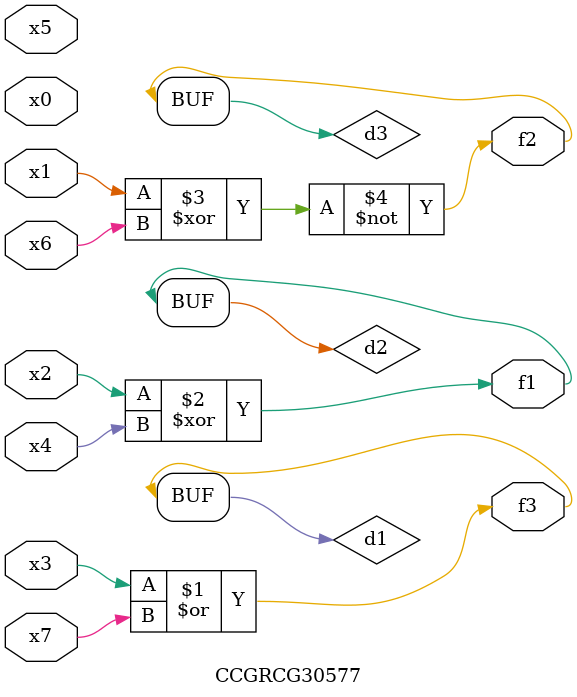
<source format=v>
module CCGRCG30577(
	input x0, x1, x2, x3, x4, x5, x6, x7,
	output f1, f2, f3
);

	wire d1, d2, d3;

	or (d1, x3, x7);
	xor (d2, x2, x4);
	xnor (d3, x1, x6);
	assign f1 = d2;
	assign f2 = d3;
	assign f3 = d1;
endmodule

</source>
